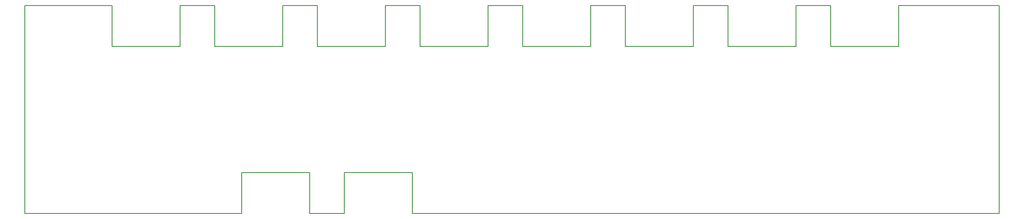
<source format=gm1>
G04 #@! TF.FileFunction,Profile,NP*
%FSLAX46Y46*%
G04 Gerber Fmt 4.6, Leading zero omitted, Abs format (unit mm)*
G04 Created by KiCad (PCBNEW 4.0.4-stable) date 03/09/17 09:34:19*
%MOMM*%
%LPD*%
G01*
G04 APERTURE LIST*
%ADD10C,0.100000*%
%ADD11C,0.150000*%
G04 APERTURE END LIST*
D10*
D11*
X79629000Y-92710000D02*
X93091000Y-92710000D01*
X79629000Y-100838000D02*
X79629000Y-92710000D01*
X36703000Y-100838000D02*
X79629000Y-100838000D01*
X99949000Y-92710000D02*
X113411000Y-92710000D01*
X229616000Y-100838000D02*
X229616000Y-59563000D01*
X113411000Y-100838000D02*
X229616000Y-100838000D01*
X99949000Y-100838000D02*
X99949000Y-92710000D01*
X93091000Y-100838000D02*
X99949000Y-100838000D01*
X36703000Y-59563000D02*
X36703000Y-100838000D01*
X53975000Y-59563000D02*
X36703000Y-59563000D01*
X53975000Y-59690000D02*
X53975000Y-59563000D01*
X209677000Y-59563000D02*
X229616000Y-59563000D01*
X209677000Y-67691000D02*
X209677000Y-59563000D01*
X196215000Y-67691000D02*
X209677000Y-67691000D01*
X196215000Y-59563000D02*
X196215000Y-67691000D01*
X189357000Y-59563000D02*
X196215000Y-59563000D01*
X189357000Y-67691000D02*
X189357000Y-59563000D01*
X175895000Y-67691000D02*
X189357000Y-67691000D01*
X175895000Y-59563000D02*
X175895000Y-67691000D01*
X169037000Y-59563000D02*
X175895000Y-59563000D01*
X169037000Y-67691000D02*
X169037000Y-59563000D01*
X155575000Y-67691000D02*
X169037000Y-67691000D01*
X155575000Y-59563000D02*
X155575000Y-67691000D01*
X148717000Y-59563000D02*
X155575000Y-59563000D01*
X148717000Y-67691000D02*
X148717000Y-59563000D01*
X135255000Y-67691000D02*
X148717000Y-67691000D01*
X135255000Y-59563000D02*
X135255000Y-67691000D01*
X128397000Y-59563000D02*
X135255000Y-59563000D01*
X128397000Y-67691000D02*
X128397000Y-59563000D01*
X114935000Y-67691000D02*
X128397000Y-67691000D01*
X114935000Y-59563000D02*
X114935000Y-67691000D01*
X108077000Y-59563000D02*
X114935000Y-59563000D01*
X108077000Y-67691000D02*
X108077000Y-59563000D01*
X94615000Y-67691000D02*
X108077000Y-67691000D01*
X94615000Y-59563000D02*
X94615000Y-67691000D01*
X94107000Y-59563000D02*
X94615000Y-59563000D01*
X87757000Y-59563000D02*
X94107000Y-59563000D01*
X87757000Y-67691000D02*
X87757000Y-59563000D01*
X74295000Y-67691000D02*
X87757000Y-67691000D01*
X74295000Y-59563000D02*
X74295000Y-67691000D01*
X67437000Y-59563000D02*
X74295000Y-59563000D01*
X67437000Y-67691000D02*
X67437000Y-59563000D01*
X53975000Y-67691000D02*
X67437000Y-67691000D01*
X53975000Y-59690000D02*
X53975000Y-67691000D01*
X113411000Y-92710000D02*
X113411000Y-100838000D01*
X93091000Y-92710000D02*
X93091000Y-100838000D01*
M02*

</source>
